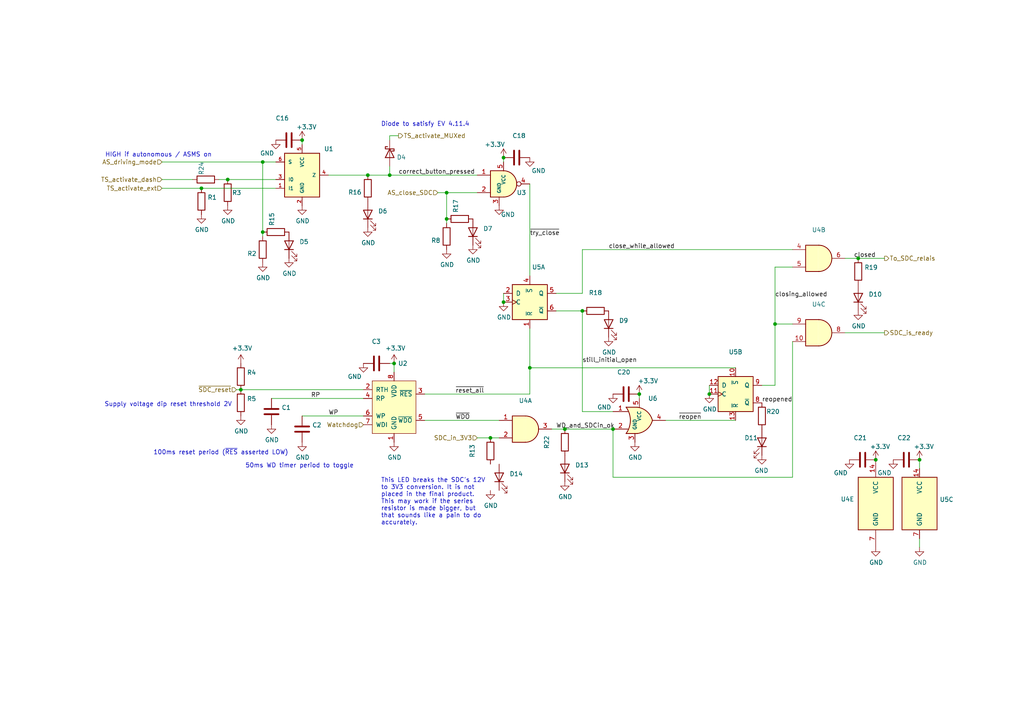
<source format=kicad_sch>
(kicad_sch (version 20211123) (generator eeschema)
  (paper "A4")
  (title_block (title "SDCL - Non-Programmable Logic") (date "2021-12-16") (rev "v1.0") (company "FaSTTUBe - Formula Student Team TU Berlin") (comment 1 "Car 113") (comment 2 "EBS Electronics") (comment 3 "Compliance for rule T 14.5.1 and T 14.5.2") (comment 4 "Hard-Wired logic for SDC relay latching and activation buttons"))
  (lib_symbols
    (symbol "74xx:74HC74" (pin_names (offset 1.016))
      (property "Reference" "U" (at -7.62 8.89 0))
      (property "Value" "74HC74" (at -7.62 -8.89 0))
      (symbol "74HC74_1_0"
        (pin input line (at 0 -7.62 90) (length 2.54) (name "~{R}") (number "1"))
        (pin input line (at -7.62 2.54 0) (length 2.54) (name "D") (number "2"))
        (pin input clock (at -7.62 0 0) (length 2.54) (name "C") (number "3"))
        (pin input line (at 0 7.62 270) (length 2.54) (name "~{S}") (number "4"))
        (pin output line (at 7.62 2.54 180) (length 2.54) (name "Q") (number "5"))
        (pin output line (at 7.62 -2.54 180) (length 2.54) (name "~{Q}") (number "6"))
      )
      (symbol "74HC74_1_1"
        (rectangle (start -5.08 5.08) (end 5.08 -5.08) (stroke (width 0.254)) (fill (type background)))
      )
      (symbol "74HC74_2_0"
        (pin input line (at 0 7.62 270) (length 2.54) (name "~{S}") (number "10"))
        (pin input clock (at -7.62 0 0) (length 2.54) (name "C") (number "11"))
        (pin input line (at -7.62 2.54 0) (length 2.54) (name "D") (number "12"))
        (pin input line (at 0 -7.62 90) (length 2.54) (name "~{R}") (number "13"))
        (pin output line (at 7.62 -2.54 180) (length 2.54) (name "~{Q}") (number "8"))
        (pin output line (at 7.62 2.54 180) (length 2.54) (name "Q") (number "9"))
      )
      (symbol "74HC74_2_1"
        (rectangle (start -5.08 5.08) (end 5.08 -5.08) (stroke (width 0.254)) (fill (type background)))
      )
      (symbol "74HC74_3_0"
        (pin power_in line (at 0 10.16 270) (length 2.54) (name "VCC") (number "14"))
        (pin power_in line (at 0 -10.16 90) (length 2.54) (name "GND") (number "7"))
      )
      (symbol "74HC74_3_1"
        (rectangle (start -5.08 7.62) (end 5.08 -7.62) (stroke (width 0.254)) (fill (type background)))
      )
    )
    (symbol "Custom:74LV08D" (pin_names (offset 1.016))
      (property "Reference" "U" (at 3.81 6.35 0))
      (property "Value" "74LV08D" (at 7.62 3.81 0))
      (symbol "74LV08D_1_1"
        (arc (start 0 -3.81) (mid 3.81 0) (end 0 3.81) (stroke (width 0.254)) (fill (type background)))
        (polyline (pts (xy 0 3.81) (xy -3.81 3.81) (xy -3.81 -3.81) (xy 0 -3.81)) (stroke (width 0.254)) (fill (type background)))
        (pin input line (at -7.62 2.54 0) (length 3.81) (name "~") (number "1"))
        (pin input line (at -7.62 -2.54 0) (length 3.81) (name "~") (number "2"))
        (pin output line (at 7.62 0 180) (length 3.81) (name "~") (number "3"))
      )
      (symbol "74LV08D_1_2"
        (arc (start -3.81 -3.81) (mid -2.589 0) (end -3.81 3.81) (stroke (width 0.254)))
        (arc (start -0.6096 -3.81) (mid 2.1842 -2.5851) (end 3.81 0) (stroke (width 0.254)) (fill (type background)))
        (polyline (pts (xy -3.81 -3.81) (xy -0.635 -3.81)) (stroke (width 0.254)) (fill (type background)))
        (polyline (pts (xy -3.81 3.81) (xy -0.635 3.81)) (stroke (width 0.254)) (fill (type background)))
        (polyline (pts (xy -0.635 3.81) (xy -3.81 3.81) (xy -3.81 3.81) (xy -3.556 3.4036) (xy -3.0226 2.2606) (xy -2.6924 1.0414) (xy -2.6162 -0.254) (xy -2.7686 -1.4986) (xy -3.175 -2.7178) (xy -3.81 -3.81) (xy -3.81 -3.81) (xy -0.635 -3.81)) (stroke (width -25.4)) (fill (type background)))
        (arc (start 3.81 0) (mid 2.1915 2.5936) (end -0.6096 3.81) (stroke (width 0.254)) (fill (type background)))
        (pin input inverted (at -7.62 2.54 0) (length 4.318) (name "~") (number "1"))
        (pin input inverted (at -7.62 -2.54 0) (length 4.318) (name "~") (number "2"))
        (pin output inverted (at 7.62 0 180) (length 3.81) (name "~") (number "3"))
      )
      (symbol "74LV08D_2_1"
        (arc (start 0 -3.81) (mid 3.81 0) (end 0 3.81) (stroke (width 0.254)) (fill (type background)))
        (polyline (pts (xy 0 3.81) (xy -3.81 3.81) (xy -3.81 -3.81) (xy 0 -3.81)) (stroke (width 0.254)) (fill (type background)))
        (pin input line (at -7.62 2.54 0) (length 3.81) (name "~") (number "4"))
        (pin input line (at -7.62 -2.54 0) (length 3.81) (name "~") (number "5"))
        (pin output line (at 7.62 0 180) (length 3.81) (name "~") (number "6"))
      )
      (symbol "74LV08D_2_2"
        (arc (start -3.81 -3.81) (mid -2.589 0) (end -3.81 3.81) (stroke (width 0.254)))
        (arc (start -0.6096 -3.81) (mid 2.1842 -2.5851) (end 3.81 0) (stroke (width 0.254)) (fill (type background)))
        (polyline (pts (xy -3.81 -3.81) (xy -0.635 -3.81)) (stroke (width 0.254)) (fill (type background)))
        (polyline (pts (xy -3.81 3.81) (xy -0.635 3.81)) (stroke (width 0.254)) (fill (type background)))
        (polyline (pts (xy -0.635 3.81) (xy -3.81 3.81) (xy -3.81 3.81) (xy -3.556 3.4036) (xy -3.0226 2.2606) (xy -2.6924 1.0414) (xy -2.6162 -0.254) (xy -2.7686 -1.4986) (xy -3.175 -2.7178) (xy -3.81 -3.81) (xy -3.81 -3.81) (xy -0.635 -3.81)) (stroke (width -25.4)) (fill (type background)))
        (arc (start 3.81 0) (mid 2.1915 2.5936) (end -0.6096 3.81) (stroke (width 0.254)) (fill (type background)))
        (pin input inverted (at -7.62 2.54 0) (length 4.318) (name "~") (number "4"))
        (pin input inverted (at -7.62 -2.54 0) (length 4.318) (name "~") (number "5"))
        (pin output inverted (at 7.62 0 180) (length 3.81) (name "~") (number "6"))
      )
      (symbol "74LV08D_3_1"
        (arc (start 0 -3.81) (mid 3.81 0) (end 0 3.81) (stroke (width 0.254)) (fill (type background)))
        (polyline (pts (xy 0 3.81) (xy -3.81 3.81) (xy -3.81 -3.81) (xy 0 -3.81)) (stroke (width 0.254)) (fill (type background)))
        (pin input line (at -7.62 -2.54 0) (length 3.81) (name "~") (number "10"))
        (pin output line (at 7.62 0 180) (length 3.81) (name "~") (number "8"))
        (pin input line (at -7.62 2.54 0) (length 3.81) (name "~") (number "9"))
      )
      (symbol "74LV08D_3_2"
        (arc (start -3.81 -3.81) (mid -2.589 0) (end -3.81 3.81) (stroke (width 0.254)))
        (arc (start -0.6096 -3.81) (mid 2.1842 -2.5851) (end 3.81 0) (stroke (width 0.254)) (fill (type background)))
        (polyline (pts (xy -3.81 -3.81) (xy -0.635 -3.81)) (stroke (width 0.254)) (fill (type background)))
        (polyline (pts (xy -3.81 3.81) (xy -0.635 3.81)) (stroke (width 0.254)) (fill (type background)))
        (polyline (pts (xy -0.635 3.81) (xy -3.81 3.81) (xy -3.81 3.81) (xy -3.556 3.4036) (xy -3.0226 2.2606) (xy -2.6924 1.0414) (xy -2.6162 -0.254) (xy -2.7686 -1.4986) (xy -3.175 -2.7178) (xy -3.81 -3.81) (xy -3.81 -3.81) (xy -0.635 -3.81)) (stroke (width -25.4)) (fill (type background)))
        (arc (start 3.81 0) (mid 2.1915 2.5936) (end -0.6096 3.81) (stroke (width 0.254)) (fill (type background)))
        (pin input inverted (at -7.62 -2.54 0) (length 4.318) (name "~") (number "10"))
        (pin output inverted (at 7.62 0 180) (length 3.81) (name "~") (number "8"))
        (pin input inverted (at -7.62 2.54 0) (length 4.318) (name "~") (number "9"))
      )
      (symbol "74LV08D_4_1"
        (arc (start 0 -3.81) (mid 3.81 0) (end 0 3.81) (stroke (width 0.254)) (fill (type background)))
        (polyline (pts (xy 0 3.81) (xy -3.81 3.81) (xy -3.81 -3.81) (xy 0 -3.81)) (stroke (width 0.254)) (fill (type background)))
        (pin output line (at 7.62 0 180) (length 3.81) (name "~") (number "11"))
        (pin input line (at -7.62 2.54 0) (length 3.81) (name "~") (number "12"))
        (pin input line (at -7.62 -2.54 0) (length 3.81) (name "~") (number "13"))
      )
      (symbol "74LV08D_4_2"
        (arc (start -3.81 -3.81) (mid -2.589 0) (end -3.81 3.81) (stroke (width 0.254)))
        (arc (start -0.6096 -3.81) (mid 2.1842 -2.5851) (end 3.81 0) (stroke (width 0.254)) (fill (type background)))
        (polyline (pts (xy -3.81 -3.81) (xy -0.635 -3.81)) (stroke (width 0.254)) (fill (type background)))
        (polyline (pts (xy -3.81 3.81) (xy -0.635 3.81)) (stroke (width 0.254)) (fill (type background)))
        (polyline (pts (xy -0.635 3.81) (xy -3.81 3.81) (xy -3.81 3.81) (xy -3.556 3.4036) (xy -3.0226 2.2606) (xy -2.6924 1.0414) (xy -2.6162 -0.254) (xy -2.7686 -1.4986) (xy -3.175 -2.7178) (xy -3.81 -3.81) (xy -3.81 -3.81) (xy -0.635 -3.81)) (stroke (width -25.4)) (fill (type background)))
        (arc (start 3.81 0) (mid 2.1915 2.5936) (end -0.6096 3.81) (stroke (width 0.254)) (fill (type background)))
        (pin output inverted (at 7.62 0 180) (length 3.81) (name "~") (number "11"))
        (pin input inverted (at -7.62 2.54 0) (length 4.318) (name "~") (number "12"))
        (pin input inverted (at -7.62 -2.54 0) (length 4.318) (name "~") (number "13"))
      )
      (symbol "74LV08D_5_0"
        (pin power_in line (at 0 12.7 270) (length 5.08) (name "VCC") (number "14"))
        (pin power_in line (at 0 -12.7 90) (length 5.08) (name "GND") (number "7"))
      )
      (symbol "74LV08D_5_1"
        (rectangle (start -5.08 7.62) (end 5.08 -7.62) (stroke (width 0.254)) (fill (type background)))
      )
    )
    (symbol "Custom:MC74HC1G00" (pin_names (offset 1.016))
      (property "Reference" "U" (at 1.27 7.62 0))
      (property "Value" "MC74HC1G00" (at 7.62 5.08 0))
      (symbol "MC74HC1G00_1_1"
        (arc (start 0 -3.81) (mid 3.81 0) (end 0 3.81) (stroke (width 0.254)) (fill (type background)))
        (polyline (pts (xy 0 3.81) (xy -3.81 3.81) (xy -3.81 -3.81) (xy 0 -3.81)) (stroke (width 0.254)) (fill (type background)))
        (pin input line (at -7.62 2.54 0) (length 3.81) (name "~") (number "1"))
        (pin input line (at -7.62 -2.54 0) (length 3.81) (name "~") (number "2"))
        (pin power_in line (at -1.27 -6.35 90) (length 2.54) (name "GND") (number "3"))
        (pin output inverted (at 7.62 0 180) (length 3.81) (name "~") (number "4"))
        (pin power_in line (at 0 6.35 270) (length 2.54) (name "VCC") (number "5"))
      )
      (symbol "MC74HC1G00_1_2"
        (arc (start -3.81 -3.81) (mid -2.589 0) (end -3.81 3.81) (stroke (width 0.254)))
        (arc (start -0.6096 -3.81) (mid 2.1842 -2.5851) (end 3.81 0) (stroke (width 0.254)) (fill (type background)))
        (polyline (pts (xy -3.81 -3.81) (xy -0.635 -3.81)) (stroke (width 0.254)) (fill (type background)))
        (polyline (pts (xy -3.81 3.81) (xy -0.635 3.81)) (stroke (width 0.254)) (fill (type background)))
        (polyline (pts (xy -0.635 3.81) (xy -3.81 3.81) (xy -3.81 3.81) (xy -3.556 3.4036) (xy -3.0226 2.2606) (xy -2.6924 1.0414) (xy -2.6162 -0.254) (xy -2.7686 -1.4986) (xy -3.175 -2.7178) (xy -3.81 -3.81) (xy -3.81 -3.81) (xy -0.635 -3.81)) (stroke (width -25.4)) (fill (type background)))
        (arc (start 3.81 0) (mid 2.1915 2.5936) (end -0.6096 3.81) (stroke (width 0.254)) (fill (type background)))
        (pin input inverted (at -7.62 2.54 0) (length 4.318) (name "~") (number "1"))
        (pin input inverted (at -7.62 -2.54 0) (length 4.318) (name "~") (number "2"))
        (pin output line (at 7.62 0 180) (length 3.81) (name "~") (number "3"))
      )
    )
    (symbol "Custom:MC74HC1G32" (pin_names (offset 1.016))
      (property "Reference" "U" (at 3.81 6.35 0))
      (property "Value" "MC74HC1G32" (at 8.89 3.81 0))
      (symbol "MC74HC1G32_1_1"
        (arc (start -3.81 -3.81) (mid -2.589 0) (end -3.81 3.81) (stroke (width 0.254)))
        (arc (start -0.6096 -3.81) (mid 2.1842 -2.5851) (end 3.81 0) (stroke (width 0.254)) (fill (type background)))
        (polyline (pts (xy -3.81 -3.81) (xy -0.635 -3.81)) (stroke (width 0.254)) (fill (type background)))
        (polyline (pts (xy -3.81 3.81) (xy -0.635 3.81)) (stroke (width 0.254)) (fill (type background)))
        (polyline (pts (xy -0.635 3.81) (xy -3.81 3.81) (xy -3.81 3.81) (xy -3.556 3.4036) (xy -3.0226 2.2606) (xy -2.6924 1.0414) (xy -2.6162 -0.254) (xy -2.7686 -1.4986) (xy -3.175 -2.7178) (xy -3.81 -3.81) (xy -3.81 -3.81) (xy -0.635 -3.81)) (stroke (width -25.4)) (fill (type background)))
        (arc (start 3.81 0) (mid 2.1915 2.5936) (end -0.6096 3.81) (stroke (width 0.254)) (fill (type background)))
        (pin input line (at -7.62 2.54 0) (length 4.318) (name "~") (number "1"))
        (pin input line (at -7.62 -2.54 0) (length 4.318) (name "~") (number "2"))
        (pin power_in line (at -1.27 -6.35 90) (length 2.54) (name "GND") (number "3"))
        (pin output line (at 7.62 0 180) (length 3.81) (name "~") (number "4"))
        (pin power_in line (at 0 6.35 270) (length 2.54) (name "VCC") (number "5"))
      )
      (symbol "MC74HC1G32_1_2"
        (arc (start 0 -3.81) (mid 3.81 0) (end 0 3.81) (stroke (width 0.254)) (fill (type background)))
        (polyline (pts (xy 0 3.81) (xy -3.81 3.81) (xy -3.81 -3.81) (xy 0 -3.81)) (stroke (width 0.254)) (fill (type background)))
        (pin input inverted (at -7.62 2.54 0) (length 3.81) (name "~") (number "1"))
        (pin input inverted (at -7.62 -2.54 0) (length 3.81) (name "~") (number "2"))
        (pin output inverted (at 7.62 0 180) (length 3.81) (name "~") (number "3"))
      )
    )
    (symbol "Custom:NL17SZ157" (pin_names (offset 1.016))
      (property "Reference" "U" (at 0 15.24 0))
      (property "Value" "NL17SZ157" (at 0 12.7 0))
      (symbol "NL17SZ157_1_1"
        (rectangle (start -5.08 6.35) (end 5.08 -6.35) (stroke (width 0.254)) (fill (type background)))
        (pin input line (at -7.62 -3.81 0) (length 2.54) (name "I1") (number "1"))
        (pin power_in line (at 0 -8.89 90) (length 2.54) (name "GND") (number "2"))
        (pin input line (at -7.62 -1.27 0) (length 2.54) (name "I0") (number "3"))
        (pin output line (at 7.62 0 180) (length 2.54) (name "Z") (number "4"))
        (pin power_in line (at 0 8.89 270) (length 2.54) (name "VCC") (number "5"))
        (pin input line (at -7.62 3.81 0) (length 2.54) (name "S") (number "6"))
      )
    )
    (symbol "Custom:UCC2946" (pin_names (offset 1.016))
      (property "Reference" "U" (at 0 15.24 0))
      (property "Value" "UCC2946" (at 0 12.7 0))
      (symbol "UCC2946_0_1"
        (rectangle (start -6.35 7.62) (end 6.35 -7.62) (fill (type background)))
      )
      (symbol "UCC2946_1_1"
        (pin power_in line (at 0 -10.16 90) (length 2.54) (name "GND") (number "1"))
        (pin input line (at -8.89 5.08 0) (length 2.54) (name "RTH") (number "2"))
        (pin input line (at 8.89 3.81 180) (length 2.54) (name "~{RES}") (number "3"))
        (pin input line (at -8.89 2.54 0) (length 2.54) (name "RP") (number "4"))
        (pin input line (at 8.89 -3.81 180) (length 2.54) (name "~{WDO}") (number "5"))
        (pin input line (at -8.89 -2.54 0) (length 2.54) (name "WP") (number "6"))
        (pin input line (at -8.89 -5.08 0) (length 2.54) (name "WDI") (number "7"))
        (pin power_in line (at 0 10.16 270) (length 2.54) (name "VDD") (number "8"))
      )
    )
    (symbol "Device:C" (pin_numbers hide) (pin_names (offset 0.254))
      (property "Reference" "C" (at 0.635 2.54 0))
      (property "Value" "C" (at 0.635 -2.54 0))
      (symbol "C_0_1"
        (polyline (pts (xy -2.032 -0.762) (xy 2.032 -0.762)) (stroke (width 0.508)))
        (polyline (pts (xy -2.032 0.762) (xy 2.032 0.762)) (stroke (width 0.508)))
      )
      (symbol "C_1_1"
        (pin passive line (at 0 3.81 270) (length 2.794) (name "~") (number "1"))
        (pin passive line (at 0 -3.81 90) (length 2.794) (name "~") (number "2"))
      )
    )
    (symbol "Device:D_Schottky" (pin_numbers hide) (pin_names (offset 1.016) hide)
      (property "Reference" "D" (at 0 2.54 0))
      (property "Value" "D_Schottky" (at 0 -2.54 0))
      (symbol "D_Schottky_0_1"
        (polyline (pts (xy 1.27 0) (xy -1.27 0)))
        (polyline (pts (xy 1.27 1.27) (xy 1.27 -1.27) (xy -1.27 0) (xy 1.27 1.27)) (stroke (width 0.254)))
        (polyline (pts (xy -1.905 0.635) (xy -1.905 1.27) (xy -1.27 1.27) (xy -1.27 -1.27) (xy -0.635 -1.27) (xy -0.635 -0.635)) (stroke (width 0.254)))
      )
      (symbol "D_Schottky_1_1"
        (pin passive line (at -3.81 0 0) (length 2.54) (name "K") (number "1"))
        (pin passive line (at 3.81 0 180) (length 2.54) (name "A") (number "2"))
      )
    )
    (symbol "Device:LED" (pin_numbers hide) (pin_names (offset 1.016) hide)
      (property "Reference" "D" (at 0 2.54 0))
      (property "Value" "LED" (at 0 -2.54 0))
      (symbol "LED_0_1"
        (polyline (pts (xy -1.27 -1.27) (xy -1.27 1.27)) (stroke (width 0.254)))
        (polyline (pts (xy -1.27 0) (xy 1.27 0)))
        (polyline (pts (xy 1.27 -1.27) (xy 1.27 1.27) (xy -1.27 0) (xy 1.27 -1.27)) (stroke (width 0.254)))
        (polyline (pts (xy -3.048 -0.762) (xy -4.572 -2.286) (xy -3.81 -2.286) (xy -4.572 -2.286) (xy -4.572 -1.524)))
        (polyline (pts (xy -1.778 -0.762) (xy -3.302 -2.286) (xy -2.54 -2.286) (xy -3.302 -2.286) (xy -3.302 -1.524)))
      )
      (symbol "LED_1_1"
        (pin passive line (at -3.81 0 0) (length 2.54) (name "K") (number "1"))
        (pin passive line (at 3.81 0 180) (length 2.54) (name "A") (number "2"))
      )
    )
    (symbol "Device:R" (pin_numbers hide) (pin_names (offset 0))
      (property "Reference" "R" (at 2.032 0 90))
      (property "Value" "R" (at 0 0 90))
      (symbol "R_0_1"
        (rectangle (start -1.016 -2.54) (end 1.016 2.54) (stroke (width 0.254)))
      )
      (symbol "R_1_1"
        (pin passive line (at 0 3.81 270) (length 1.27) (name "~") (number "1"))
        (pin passive line (at 0 -3.81 90) (length 1.27) (name "~") (number "2"))
      )
    )
    (symbol "power:+3.3V" (power) (pin_names (offset 0))
      (property "Value" "+3.3V" (at 0 3.556 0))
      (symbol "+3.3V_0_1"
        (polyline (pts (xy -0.762 1.27) (xy 0 2.54)))
        (polyline (pts (xy 0 0) (xy 0 2.54)))
        (polyline (pts (xy 0 2.54) (xy 0.762 1.27)))
      )
      (symbol "+3.3V_1_1"
        (pin power_in line (at 0 0 90) (length 0) hide (name "+3.3V") (number "1"))
      )
    )
    (symbol "power:GND" (power) (pin_names (offset 0))
      (property "Value" "GND" (at 0 -3.81 0))
      (symbol "GND_0_1"
        (polyline (pts (xy 0 0) (xy 0 -1.27) (xy 1.27 -1.27) (xy 0 -2.54) (xy -1.27 -1.27) (xy 0 -1.27)))
      )
      (symbol "GND_1_1"
        (pin power_in line (at 0 0 270) (length 0) hide (name "GND") (number "1"))
      )
    )
  )
  (junction (at 163.83 124.46))
  (junction (at 114.3 105.41))
  (junction (at 224.79 93.98))
  (junction (at 113.03 50.8))
  (junction (at 129.54 63.5))
  (junction (at 168.91 90.17))
  (junction (at 248.92 74.93))
  (junction (at 266.7 133.35))
  (junction (at 153.67 106.68))
  (junction (at 146.05 87.63))
  (junction (at 76.2 67.31))
  (junction (at 146.05 45.72))
  (junction (at 106.68 50.8))
  (junction (at 142.24 127))
  (junction (at 254 133.35))
  (junction (at 129.54 55.88))
  (junction (at 58.42 54.61))
  (junction (at 69.85 113.03))
  (junction (at 177.8 124.46))
  (junction (at 76.2 46.99))
  (junction (at 87.63 40.64))
  (junction (at 185.42 114.3))
  (junction (at 66.04 52.07))
  (junction (at 205.74 114.3))
  (wire (pts (xy 58.42 54.61) (xy 80.01 54.61)))
  (wire (pts (xy 153.67 106.68) (xy 153.67 114.3)))
  (wire (pts (xy 142.24 127) (xy 144.78 127)))
  (wire (pts (xy 245.11 96.52) (xy 256.54 96.52)))
  (wire (pts (xy 224.79 111.76) (xy 224.79 93.98)))
  (wire (pts (xy 161.29 85.09) (xy 168.91 85.09)))
  (wire (pts (xy 213.36 106.68) (xy 153.67 106.68)))
  (wire (pts (xy 113.03 50.8) (xy 138.43 50.8)))
  (wire (pts (xy 127 55.88) (xy 129.54 55.88)))
  (wire (pts (xy 66.04 52.07) (xy 80.01 52.07)))
  (wire (pts (xy 113.03 39.37) (xy 115.57 39.37)))
  (wire (pts (xy 153.67 53.34) (xy 153.67 80.01)))
  (wire (pts (xy 87.63 40.64) (xy 87.63 41.91)))
  (wire (pts (xy 69.85 113.03) (xy 105.41 113.03)))
  (wire (pts (xy 138.43 127) (xy 142.24 127)))
  (wire (pts (xy 224.79 93.98) (xy 224.79 77.47)))
  (wire (pts (xy 123.19 114.3) (xy 153.67 114.3)))
  (wire (pts (xy 106.68 50.8) (xy 113.03 50.8)))
  (wire (pts (xy 46.99 46.99) (xy 76.2 46.99)))
  (wire (pts (xy 224.79 77.47) (xy 229.87 77.47)))
  (wire (pts (xy 129.54 55.88) (xy 138.43 55.88)))
  (wire (pts (xy 76.2 46.99) (xy 76.2 67.31)))
  (wire (pts (xy 168.91 90.17) (xy 161.29 90.17)))
  (wire (pts (xy 163.83 124.46) (xy 177.8 124.46)))
  (wire (pts (xy 95.25 50.8) (xy 106.68 50.8)))
  (wire (pts (xy 168.91 90.17) (xy 168.91 119.38)))
  (wire (pts (xy 68.58 113.03) (xy 69.85 113.03)))
  (wire (pts (xy 266.7 135.89) (xy 266.7 133.35)))
  (wire (pts (xy 78.74 115.57) (xy 105.41 115.57)))
  (wire (pts (xy 193.04 121.92) (xy 213.36 121.92)))
  (wire (pts (xy 113.03 105.41) (xy 114.3 105.41)))
  (wire (pts (xy 177.8 138.43) (xy 177.8 124.46)))
  (wire (pts (xy 114.3 105.41) (xy 114.3 107.95)))
  (wire (pts (xy 153.67 95.25) (xy 153.67 106.68)))
  (wire (pts (xy 168.91 72.39) (xy 168.91 85.09)))
  (wire (pts (xy 123.19 121.92) (xy 144.78 121.92)))
  (wire (pts (xy 129.54 63.5) (xy 129.54 64.77)))
  (wire (pts (xy 46.99 54.61) (xy 58.42 54.61)))
  (wire (pts (xy 220.98 111.76) (xy 224.79 111.76)))
  (wire (pts (xy 266.7 158.75) (xy 266.7 156.21)))
  (wire (pts (xy 160.02 124.46) (xy 163.83 124.46)))
  (wire (pts (xy 248.92 74.93) (xy 256.54 74.93)))
  (wire (pts (xy 146.05 45.72) (xy 146.05 46.99)))
  (wire (pts (xy 76.2 67.31) (xy 76.2 68.58)))
  (wire (pts (xy 113.03 40.64) (xy 113.03 39.37)))
  (wire (pts (xy 63.5 52.07) (xy 66.04 52.07)))
  (wire (pts (xy 168.91 119.38) (xy 177.8 119.38)))
  (wire (pts (xy 205.74 111.76) (xy 205.74 114.3)))
  (wire (pts (xy 146.05 85.09) (xy 146.05 87.63)))
  (wire (pts (xy 129.54 55.88) (xy 129.54 63.5)))
  (wire (pts (xy 113.03 48.26) (xy 113.03 50.8)))
  (wire (pts (xy 229.87 93.98) (xy 224.79 93.98)))
  (wire (pts (xy 168.91 72.39) (xy 229.87 72.39)))
  (wire (pts (xy 185.42 114.3) (xy 185.42 115.57)))
  (wire (pts (xy 76.2 46.99) (xy 80.01 46.99)))
  (wire (pts (xy 245.11 74.93) (xy 248.92 74.93)))
  (wire (pts (xy 229.87 99.06) (xy 229.87 138.43)))
  (wire (pts (xy 46.99 52.07) (xy 55.88 52.07)))
  (wire (pts (xy 229.87 138.43) (xy 177.8 138.43)))
  (wire (pts (xy 87.63 120.65) (xy 105.41 120.65)))
  (text "Supply voltage dip reset threshold 2V" (at 67.31 118.11 180) (effects (font (size 1.27 1.27)) (justify right bottom)))
  (text "100ms reset period (~{RES} asserted LOW)" (at 44.45 132.08 0) (effects (font (size 1.27 1.27)) (justify left bottom)))
  (text "50ms WD timer period to toggle" (at 71.12 135.89 0) (effects (font (size 1.27 1.27)) (justify left bottom)))
  (text "This LED breaks the SDC's 12V\nto 3V3 conversion. It is not\nplaced in the final product.\nThis may work if the series\nresistor is made bigger, but\nthat sounds like a pain to do\naccurately." (at 110.49 152.4 0) (effects (font (size 1.27 1.27)) (justify left bottom)))
  (text "HIGH if autonomous / ASMS on" (at 30.48 45.72 0) (effects (font (size 1.27 1.27)) (justify left bottom)))
  (text "Diode to satisfy EV 4.11.4" (at 110.49 36.83 0) (effects (font (size 1.27 1.27)) (justify left bottom)))
  (label "~{reopen}" (at 196.85 121.92 0))
  (label "reopened" (at 220.98 116.84 0))
  (label "correct_button_pressed" (at 115.57 50.8 0))
  (label "WP" (at 95.25 120.65 0))
  (label "WD_and_SDCin_ok" (at 161.29 124.46 0))
  (label "close_while_allowed" (at 176.53 72.39 0))
  (label "~{reset_all}" (at 132.08 114.3 0))
  (label "closing_allowed" (at 224.79 86.36 0))
  (label "~{WDO}" (at 132.08 121.92 0))
  (label "still_initial_open" (at 168.91 105.41 0))
  (label "closed" (at 247.65 74.93 0))
  (label "RP" (at 90.17 115.57 0))
  (label "~{try_close}" (at 153.67 68.58 0))
  (hierarchical_label "SDC_in_3V3" (shape input) (at 138.43 127 180))
  (hierarchical_label "TS_activate_dash" (shape input) (at 46.99 52.07 180))
  (hierarchical_label "~{SDC_reset}" (shape input) (at 68.58 113.03 180))
  (hierarchical_label "AS_close_SDC" (shape input) (at 127 55.88 180))
  (hierarchical_label "SDC_is_ready" (shape output) (at 256.54 96.52 0))
  (hierarchical_label "TS_activate_MUXed" (shape output) (at 115.57 39.37 0))
  (hierarchical_label "AS_driving_mode" (shape input) (at 46.99 46.99 180))
  (hierarchical_label "TS_activate_ext" (shape input) (at 46.99 54.61 180))
  (hierarchical_label "Watchdog" (shape input) (at 105.41 123.19 180))
  (hierarchical_label "To_SDC_relais" (shape output) (at 256.54 74.93 0))
  (symbol (lib_id "Device:C") (at 78.74 119.38 0) (unit 1)
    (property "Reference" "C1" (at 81.661 118.2116 0) (effects (justify left)))
  )
  (symbol (lib_id "Device:C") (at 87.63 124.46 0) (unit 1)
    (property "Reference" "C2" (at 90.551 123.2916 0) (effects (justify left)))
  )
  (symbol (lib_id "Custom:UCC2946") (at 114.3 118.11 0) (unit 1)
    (property "Reference" "U2" (at 116.84 105.41 0))
    (property "Datasheet" "https://www.ti.com/lit/ds/symlink/ucc2946.pdf" (effects hide))
  )
  (symbol (lib_id "Device:C") (at 109.22 105.41 90) (unit 1)
    (property "Reference" "C3" (at 110.49 99.06 90) (effects (justify left)))
  )
  (symbol (lib_id "Device:R") (at 69.85 116.84 0) (unit 1)
    (property "Reference" "R5" (at 71.628 115.6716 0) (effects (justify left)))
  )
  (symbol (lib_id "Device:R") (at 69.85 109.22 0) (unit 1)
    (property "Reference" "R4" (at 71.628 108.0516 0) (effects (justify left)))
  )
  (symbol (lib_id "Device:R") (at 58.42 58.42 0) (unit 1)
    (property "Reference" "R1" (at 60.198 57.2516 0) (effects (justify left)))
  )
  (symbol (lib_id "Device:R") (at 66.04 55.88 0) (unit 1)
    (property "Reference" "R3" (at 67.31 55.88 0) (effects (justify left)))
  )
  (symbol (lib_id "power:GND") (at 66.04 59.69 0) (unit 1)
    (property "Reference" "#PWR0107" (effects hide))
  )
  (symbol (lib_id "power:GND") (at 58.42 62.23 0) (unit 1)
    (property "Reference" "#PWR0108" (effects hide))
  )
  (symbol (lib_id "Device:R") (at 76.2 72.39 180) (unit 1)
    (property "Reference" "R2" (at 74.422 73.5584 0) (effects (justify left)))
  )
  (symbol (lib_id "power:GND") (at 76.2 76.2 0) (unit 1)
    (property "Reference" "#PWR0109" (effects hide))
  )
  (symbol (lib_id "Device:R") (at 129.54 68.58 180) (unit 1)
    (property "Reference" "R8" (at 127.762 69.7484 0) (effects (justify left)))
  )
  (symbol (lib_id "Custom:MC74HC1G00") (at 146.05 53.34 0) (unit 1)
    (property "Reference" "U3" (at 149.86 55.88 0) (effects (justify left)))
    (property "Datasheet" "http://www.ti.com/lit/gpn/sn74ls00" (effects hide))
  )
  (symbol (lib_id "power:GND") (at 144.78 59.69 0) (unit 1)
    (property "Reference" "#PWR0122" (effects hide))
  )
  (symbol (lib_id "power:GND") (at 129.54 72.39 0) (unit 1)
    (property "Reference" "#PWR0111" (effects hide))
  )
  (symbol (lib_id "Custom:MC74HC1G32") (at 185.42 121.92 0) (unit 1)
    (property "Reference" "U6" (at 187.96 115.57 0) (effects (justify left)))
    (property "Datasheet" "https://www.mouser.de/datasheet/2/308/1/MC74HC1G32_D-2315545.pdf" (effects hide))
  )
  (symbol (lib_id "power:GND") (at 184.15 128.27 0) (unit 1)
    (property "Reference" "#PWR0124" (effects hide))
  )
  (symbol (lib_id "power:+3.3V") (at 185.42 114.3 0) (unit 1)
    (property "Reference" "#PWR0125" (effects hide))
  )
  (symbol (lib_id "power:GND") (at 105.41 105.41 0) (unit 1)
    (property "Reference" "#PWR0112" (effects hide))
  )
  (symbol (lib_id "Custom:74LV08D") (at 152.4 124.46 0) (unit 1)
    (property "Reference" "U4" (at 152.4 116.205 0))
    (property "Datasheet" "https://www.mouser.de/datasheet/2/916/74LV08-1388983.pdf" (effects hide))
  )
  (symbol (lib_id "power:GND") (at 87.63 128.27 0) (unit 1)
    (property "Reference" "#PWR0113" (effects hide))
  )
  (symbol (lib_id "Custom:74LV08D") (at 237.49 74.93 0) (unit 2)
    (property "Reference" "U4" (at 237.49 66.675 0))
    (property "Datasheet" "https://www.mouser.de/datasheet/2/916/74LV08-1388983.pdf" (effects hide))
  )
  (symbol (lib_id "Custom:74LV08D") (at 237.49 96.52 0) (unit 3)
    (property "Reference" "U4" (at 237.49 88.265 0))
    (property "Datasheet" "https://www.mouser.de/datasheet/2/916/74LV08-1388983.pdf" (effects hide))
  )
  (symbol (lib_id "power:GND") (at 146.05 87.63 0) (unit 1)
    (property "Reference" "#PWR0115" (effects hide))
  )
  (symbol (lib_id "Custom:74LV08D") (at 254 146.05 0) (unit 5)
    (property "Reference" "U4" (at 243.84 144.78 0) (effects (justify left)))
    (property "Datasheet" "https://www.mouser.de/datasheet/2/916/74LV08-1388983.pdf" (effects hide))
  )
  (symbol (lib_id "power:GND") (at 205.74 114.3 0) (unit 1)
    (property "Reference" "#PWR0118" (effects hide))
  )
  (symbol (lib_id "power:+3.3V") (at 254 133.35 0) (unit 1)
    (property "Reference" "#PWR0126" (effects hide))
  )
  (symbol (lib_id "power:GND") (at 254 158.75 0) (unit 1)
    (property "Reference" "#PWR0127" (effects hide))
  )
  (symbol (lib_id "power:+3.3V") (at 114.3 105.41 0) (unit 1)
    (property "Reference" "#PWR0128" (effects hide))
  )
  (symbol (lib_id "power:+3.3V") (at 69.85 105.41 0) (unit 1)
    (property "Reference" "#PWR0129" (effects hide))
  )
  (symbol (lib_id "Device:D_Schottky") (at 113.03 44.45 90) (mirror x) (unit 1)
    (property "Reference" "D4" (at 115.062 45.6184 90) (effects (justify right)))
  )
  (symbol (lib_id "power:GND") (at 69.85 120.65 0) (unit 1)
    (property "Reference" "#PWR0130" (effects hide))
  )
  (symbol (lib_id "power:GND") (at 78.74 123.19 0) (unit 1)
    (property "Reference" "#PWR0131" (effects hide))
  )
  (symbol (lib_id "Custom:NL17SZ157") (at 87.63 50.8 0) (unit 1)
    (property "Reference" "U1" (at 93.98 43.18 0) (effects (justify left)))
    (property "Datasheet" "https://www.mouser.de/datasheet/2/308/1/NL17SZ157_D-2318109.pdf" (effects hide))
  )
  (symbol (lib_id "power:GND") (at 114.3 128.27 0) (unit 1)
    (property "Reference" "#PWR0132" (effects hide))
  )
  (symbol (lib_id "power:GND") (at 87.63 59.69 0) (unit 1)
    (property "Reference" "#PWR0116" (effects hide))
  )
  (symbol (lib_id "Device:LED") (at 248.92 86.36 90) (unit 1)
    (property "Reference" "D10" (at 251.9172 85.3694 90) (effects (justify right)))
  )
  (symbol (lib_id "Device:R") (at 248.92 78.74 0) (unit 1)
    (property "Reference" "R19" (at 250.698 77.5716 0) (effects (justify left)))
  )
  (symbol (lib_id "power:GND") (at 248.92 90.17 0) (unit 1)
    (property "Reference" "#PWR0155" (effects hide))
  )
  (symbol (lib_id "Device:LED") (at 163.83 135.89 90) (unit 1)
    (property "Reference" "D13" (at 166.8272 134.8994 90) (effects (justify right)))
  )
  (symbol (lib_id "Device:R") (at 163.83 128.27 180) (unit 1)
    (property "Reference" "R22" (at 158.5722 128.27 90))
  )
  (symbol (lib_id "power:GND") (at 163.83 139.7 0) (unit 1)
    (property "Reference" "#PWR0163" (effects hide))
  )
  (symbol (lib_id "74xx:74HC74") (at 153.67 87.63 0) (unit 1)
    (property "Reference" "U5" (at 156.21 77.47 0))
    (property "Datasheet" "https://www.mouser.de/datasheet/2/916/74HC_HCT74-1319854.pdf" (effects hide))
  )
  (symbol (lib_id "Device:LED") (at 220.98 128.27 270) (mirror x) (unit 1)
    (property "Reference" "D11" (at 215.9 127 90) (effects (justify left)))
  )
  (symbol (lib_id "Device:R") (at 220.98 120.65 0) (mirror y) (unit 1)
    (property "Reference" "R20" (at 222.25 119.38 0) (effects (justify right)))
  )
  (symbol (lib_id "power:GND") (at 220.98 132.08 0) (mirror y) (unit 1)
    (property "Reference" "#PWR0157" (effects hide))
  )
  (symbol (lib_id "74xx:74HC74") (at 213.36 114.3 0) (unit 2)
    (property "Reference" "U5" (at 213.36 102.0826 0))
    (property "Datasheet" "https://www.mouser.de/datasheet/2/916/74HC_HCT74-1319854.pdf" (effects hide))
  )
  (symbol (lib_id "74xx:74HC74") (at 266.7 146.05 0) (unit 3)
    (property "Reference" "U5" (at 272.542 144.8816 0) (effects (justify left)))
    (property "Datasheet" "https://www.mouser.de/datasheet/2/916/74HC_HCT74-1319854.pdf" (effects hide))
  )
  (symbol (lib_id "Device:C") (at 250.19 133.35 90) (unit 1)
    (property "Reference" "C21" (at 251.46 127 90) (effects (justify left)))
  )
  (symbol (lib_id "power:GND") (at 246.38 133.35 0) (unit 1)
    (property "Reference" "#PWR0117" (effects hide))
  )
  (symbol (lib_id "Device:LED") (at 176.53 93.98 90) (unit 1)
    (property "Reference" "D9" (at 179.5272 92.9894 90) (effects (justify right)))
  )
  (symbol (lib_id "Device:R") (at 172.72 90.17 90) (unit 1)
    (property "Reference" "R18" (at 172.72 84.9122 90))
  )
  (symbol (lib_id "power:GND") (at 176.53 97.79 0) (unit 1)
    (property "Reference" "#PWR0158" (effects hide))
  )
  (symbol (lib_id "Device:C") (at 262.89 133.35 90) (unit 1)
    (property "Reference" "C22" (at 264.16 127 90) (effects (justify left)))
  )
  (symbol (lib_id "power:GND") (at 259.08 133.35 0) (unit 1)
    (property "Reference" "#PWR0123" (effects hide))
  )
  (symbol (lib_id "power:GND") (at 266.7 158.75 0) (unit 1)
    (property "Reference" "#PWR0119" (effects hide))
  )
  (symbol (lib_id "power:+3.3V") (at 266.7 133.35 0) (unit 1)
    (property "Reference" "#PWR0120" (effects hide))
  )
  (symbol (lib_id "Device:C") (at 181.61 114.3 90) (unit 1)
    (property "Reference" "C20" (at 182.88 107.95 90) (effects (justify left)))
  )
  (symbol (lib_id "power:GND") (at 177.8 114.3 0) (unit 1)
    (property "Reference" "#PWR0150" (effects hide))
  )
  (symbol (lib_id "power:+3.3V") (at 146.05 45.72 0) (mirror y) (unit 1)
    (property "Reference" "#PWR0151" (effects hide))
  )
  (symbol (lib_id "Device:C") (at 149.86 45.72 270) (mirror x) (unit 1)
    (property "Reference" "C18" (at 148.59 39.37 90) (effects (justify left)))
  )
  (symbol (lib_id "power:GND") (at 153.67 45.72 0) (mirror y) (unit 1)
    (property "Reference" "#PWR0152" (effects hide))
  )
  (symbol (lib_id "power:+3.3V") (at 87.63 40.64 0) (unit 1)
    (property "Reference" "#PWR0153" (effects hide))
  )
  (symbol (lib_id "Device:C") (at 83.82 40.64 90) (unit 1)
    (property "Reference" "C16" (at 83.82 34.29 90) (effects (justify left)))
  )
  (symbol (lib_id "power:GND") (at 80.01 40.64 0) (unit 1)
    (property "Reference" "#PWR0154" (effects hide))
  )
  (symbol (lib_id "Device:LED") (at 83.82 71.12 90) (unit 1)
    (property "Reference" "D5" (at 86.8172 70.1294 90) (effects (justify right)))
  )
  (symbol (lib_id "Device:R") (at 80.01 67.31 90) (unit 1)
    (property "Reference" "R15" (at 78.8416 65.532 0) (effects (justify left)))
  )
  (symbol (lib_id "power:GND") (at 83.82 74.93 0) (unit 1)
    (property "Reference" "#PWR0159" (effects hide))
  )
  (symbol (lib_id "Device:LED") (at 137.16 67.31 90) (unit 1)
    (property "Reference" "D7" (at 140.1572 66.3194 90) (effects (justify right)))
  )
  (symbol (lib_id "Device:R") (at 133.35 63.5 90) (unit 1)
    (property "Reference" "R17" (at 132.1816 61.722 0) (effects (justify left)))
  )
  (symbol (lib_id "power:GND") (at 137.16 71.12 0) (unit 1)
    (property "Reference" "#PWR0160" (effects hide))
  )
  (symbol (lib_id "Device:R") (at 59.69 52.07 90) (unit 1)
    (property "Reference" "R24" (at 58.42 50.8 0) (effects (justify left)))
  )
  (symbol (lib_id "Device:LED") (at 106.68 62.23 90) (unit 1)
    (property "Reference" "D6" (at 109.6772 61.2394 90) (effects (justify right)))
  )
  (symbol (lib_id "Device:R") (at 106.68 54.61 180) (unit 1)
    (property "Reference" "R16" (at 104.902 55.7784 0) (effects (justify left)))
  )
  (symbol (lib_id "power:GND") (at 106.68 66.04 0) (unit 1)
    (property "Reference" "#PWR0161" (effects hide))
  )
  (symbol (lib_id "Device:LED") (at 144.78 138.43 90) (unit 1)
    (property "Reference" "D14" (at 147.7772 137.4394 90) (effects (justify right)))
  )
  (symbol (lib_id "power:GND") (at 142.24 142.24 0) (unit 1)
    (property "Reference" "#PWR0166" (effects hide))
  )
  (symbol (lib_id "Device:R") (at 142.24 130.81 180) (unit 1)
    (property "Reference" "R13" (at 136.9822 130.81 90))
  )
)
</source>
